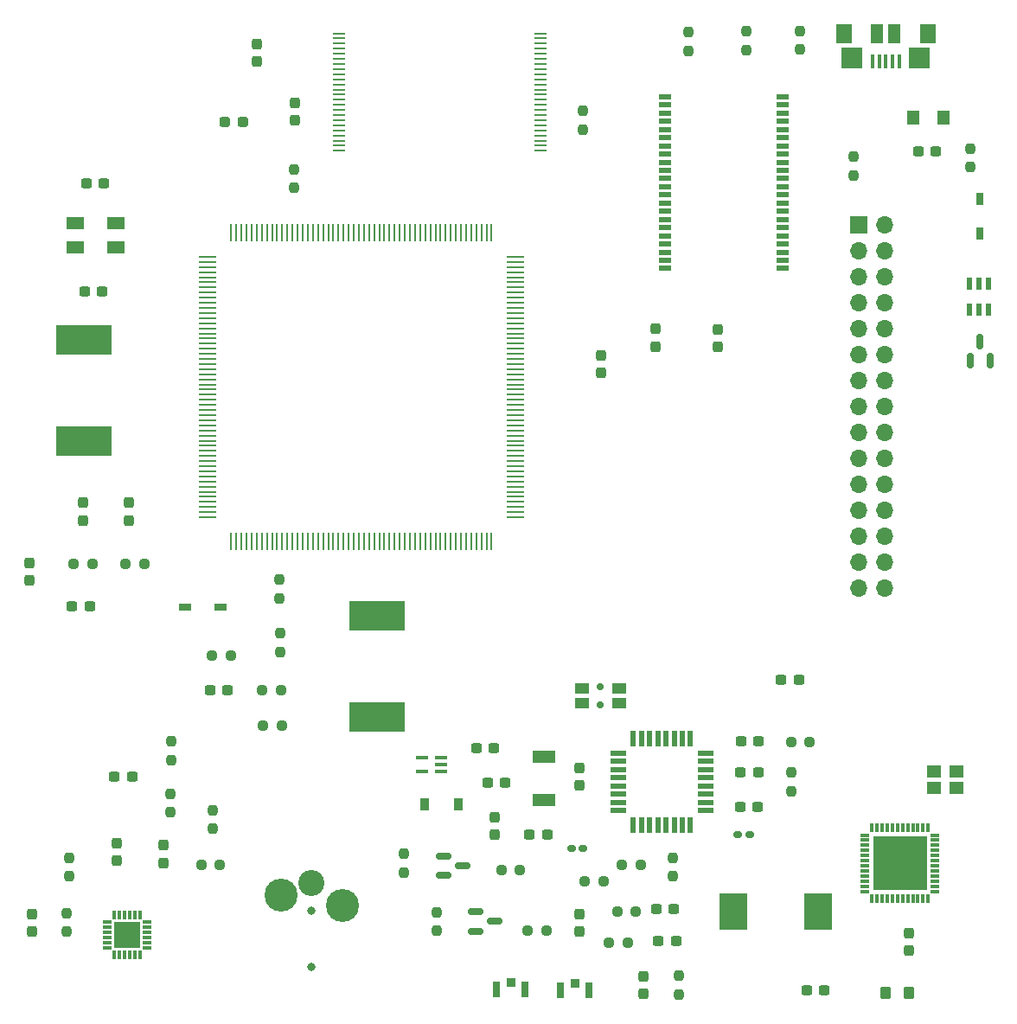
<source format=gts>
%TF.GenerationSoftware,KiCad,Pcbnew,(6.0.8)*%
%TF.CreationDate,2022-12-02T10:37:27+07:00*%
%TF.ProjectId,espot_mainboard,6573706f-745f-46d6-9169-6e626f617264,rev?*%
%TF.SameCoordinates,Original*%
%TF.FileFunction,Soldermask,Top*%
%TF.FilePolarity,Negative*%
%FSLAX46Y46*%
G04 Gerber Fmt 4.6, Leading zero omitted, Abs format (unit mm)*
G04 Created by KiCad (PCBNEW (6.0.8)) date 2022-12-02 10:37:27*
%MOMM*%
%LPD*%
G01*
G04 APERTURE LIST*
G04 Aperture macros list*
%AMRoundRect*
0 Rectangle with rounded corners*
0 $1 Rounding radius*
0 $2 $3 $4 $5 $6 $7 $8 $9 X,Y pos of 4 corners*
0 Add a 4 corners polygon primitive as box body*
4,1,4,$2,$3,$4,$5,$6,$7,$8,$9,$2,$3,0*
0 Add four circle primitives for the rounded corners*
1,1,$1+$1,$2,$3*
1,1,$1+$1,$4,$5*
1,1,$1+$1,$6,$7*
1,1,$1+$1,$8,$9*
0 Add four rect primitives between the rounded corners*
20,1,$1+$1,$2,$3,$4,$5,0*
20,1,$1+$1,$4,$5,$6,$7,0*
20,1,$1+$1,$6,$7,$8,$9,0*
20,1,$1+$1,$8,$9,$2,$3,0*%
G04 Aperture macros list end*
%ADD10R,2.200000X1.300000*%
%ADD11R,0.270000X1.741200*%
%ADD12R,1.741200X0.270000*%
%ADD13R,1.206500X0.279400*%
%ADD14RoundRect,0.237500X-0.250000X-0.237500X0.250000X-0.237500X0.250000X0.237500X-0.250000X0.237500X0*%
%ADD15R,1.200000X0.400000*%
%ADD16R,1.295000X0.600000*%
%ADD17RoundRect,0.237500X0.237500X-0.300000X0.237500X0.300000X-0.237500X0.300000X-0.237500X-0.300000X0*%
%ADD18RoundRect,0.237500X0.237500X-0.250000X0.237500X0.250000X-0.237500X0.250000X-0.237500X-0.250000X0*%
%ADD19RoundRect,0.237500X-0.237500X0.300000X-0.237500X-0.300000X0.237500X-0.300000X0.237500X0.300000X0*%
%ADD20RoundRect,0.237500X-0.300000X-0.237500X0.300000X-0.237500X0.300000X0.237500X-0.300000X0.237500X0*%
%ADD21R,2.700000X3.600000*%
%ADD22RoundRect,0.237500X-0.237500X0.250000X-0.237500X-0.250000X0.237500X-0.250000X0.237500X0.250000X0*%
%ADD23RoundRect,0.237500X-0.237500X0.287500X-0.237500X-0.287500X0.237500X-0.287500X0.237500X0.287500X0*%
%ADD24R,0.750000X1.500000*%
%ADD25R,0.900000X0.900000*%
%ADD26R,2.550000X2.550000*%
%ADD27R,0.850000X0.300000*%
%ADD28R,0.300000X0.850000*%
%ADD29RoundRect,0.237500X0.250000X0.237500X-0.250000X0.237500X-0.250000X-0.237500X0.250000X-0.237500X0*%
%ADD30RoundRect,0.237500X0.300000X0.237500X-0.300000X0.237500X-0.300000X-0.237500X0.300000X-0.237500X0*%
%ADD31R,1.300000X1.400000*%
%ADD32R,1.150000X0.800000*%
%ADD33C,0.700000*%
%ADD34R,1.400000X1.050000*%
%ADD35R,0.600000X1.250000*%
%ADD36R,0.750000X1.200000*%
%ADD37R,5.400000X2.900000*%
%ADD38R,0.900000X1.200000*%
%ADD39RoundRect,0.160000X-0.222500X-0.160000X0.222500X-0.160000X0.222500X0.160000X-0.222500X0.160000X0*%
%ADD40RoundRect,0.250000X0.275000X0.350000X-0.275000X0.350000X-0.275000X-0.350000X0.275000X-0.350000X0*%
%ADD41RoundRect,0.150000X-0.587500X-0.150000X0.587500X-0.150000X0.587500X0.150000X-0.587500X0.150000X0*%
%ADD42R,1.400000X1.150000*%
%ADD43RoundRect,0.237500X0.287500X0.237500X-0.287500X0.237500X-0.287500X-0.237500X0.287500X-0.237500X0*%
%ADD44R,0.400000X1.350000*%
%ADD45R,2.100000X2.000000*%
%ADD46R,1.600000X1.900000*%
%ADD47R,1.200000X1.900000*%
%ADD48R,5.250000X5.250000*%
%ADD49RoundRect,0.150000X0.150000X-0.587500X0.150000X0.587500X-0.150000X0.587500X-0.150000X-0.587500X0*%
%ADD50C,2.550000*%
%ADD51C,3.225000*%
%ADD52C,0.800000*%
%ADD53R,1.800000X1.200000*%
%ADD54R,1.500000X0.600000*%
%ADD55R,0.600000X1.500000*%
%ADD56R,1.700000X1.700000*%
%ADD57O,1.700000X1.700000*%
G04 APERTURE END LIST*
D10*
%TO.C,Y2*%
X105525200Y-107581500D03*
X105525200Y-111781500D03*
%TD*%
D11*
%TO.C,U1*%
X74913400Y-56303604D03*
X75413399Y-56303604D03*
X75913401Y-56303604D03*
X76413400Y-56303604D03*
X76913399Y-56303604D03*
X77413400Y-56303604D03*
X77913399Y-56303604D03*
X78413401Y-56303604D03*
X78913400Y-56303604D03*
X79413399Y-56303604D03*
X79913400Y-56303604D03*
X80413399Y-56303604D03*
X80913401Y-56303604D03*
X81413400Y-56303604D03*
X81913399Y-56303604D03*
X82413400Y-56303604D03*
X82913399Y-56303604D03*
X83413401Y-56303604D03*
X83913400Y-56303604D03*
X84413399Y-56303604D03*
X84913400Y-56303604D03*
X85413399Y-56303604D03*
X85913401Y-56303604D03*
X86413400Y-56303604D03*
X86913399Y-56303604D03*
X87413400Y-56303604D03*
X87913400Y-56303604D03*
X88413401Y-56303604D03*
X88913400Y-56303604D03*
X89413399Y-56303604D03*
X89913401Y-56303604D03*
X90413400Y-56303604D03*
X90913401Y-56303604D03*
X91413400Y-56303604D03*
X91913399Y-56303604D03*
X92413401Y-56303604D03*
X92913400Y-56303604D03*
X93413401Y-56303604D03*
X93913400Y-56303604D03*
X94413399Y-56303604D03*
X94913401Y-56303604D03*
X95413400Y-56303604D03*
X95913401Y-56303604D03*
X96413400Y-56303604D03*
X96913399Y-56303604D03*
X97413401Y-56303604D03*
X97913400Y-56303604D03*
X98413399Y-56303604D03*
X98913400Y-56303604D03*
X99413399Y-56303604D03*
X99913401Y-56303604D03*
X100413400Y-56303604D03*
D12*
X102748396Y-58638600D03*
X102748396Y-59138599D03*
X102748396Y-59638601D03*
X102748396Y-60138600D03*
X102748396Y-60638599D03*
X102748396Y-61138600D03*
X102748396Y-61638599D03*
X102748396Y-62138601D03*
X102748396Y-62638600D03*
X102748396Y-63138599D03*
X102748396Y-63638600D03*
X102748396Y-64138599D03*
X102748396Y-64638601D03*
X102748396Y-65138600D03*
X102748396Y-65638599D03*
X102748396Y-66138600D03*
X102748396Y-66638599D03*
X102748396Y-67138601D03*
X102748396Y-67638600D03*
X102748396Y-68138599D03*
X102748396Y-68638600D03*
X102748396Y-69138599D03*
X102748396Y-69638601D03*
X102748396Y-70138600D03*
X102748396Y-70638599D03*
X102748396Y-71138600D03*
X102748396Y-71638600D03*
X102748396Y-72138601D03*
X102748396Y-72638600D03*
X102748396Y-73138599D03*
X102748396Y-73638601D03*
X102748396Y-74138600D03*
X102748396Y-74638601D03*
X102748396Y-75138600D03*
X102748396Y-75638599D03*
X102748396Y-76138601D03*
X102748396Y-76638600D03*
X102748396Y-77138601D03*
X102748396Y-77638600D03*
X102748396Y-78138599D03*
X102748396Y-78638601D03*
X102748396Y-79138600D03*
X102748396Y-79638601D03*
X102748396Y-80138600D03*
X102748396Y-80638599D03*
X102748396Y-81138601D03*
X102748396Y-81638600D03*
X102748396Y-82138599D03*
X102748396Y-82638600D03*
X102748396Y-83138599D03*
X102748396Y-83638601D03*
X102748396Y-84138600D03*
D11*
X100413400Y-86473596D03*
X99913401Y-86473596D03*
X99413399Y-86473596D03*
X98913400Y-86473596D03*
X98413401Y-86473596D03*
X97913400Y-86473596D03*
X97413401Y-86473596D03*
X96913399Y-86473596D03*
X96413400Y-86473596D03*
X95913401Y-86473596D03*
X95413400Y-86473596D03*
X94913401Y-86473596D03*
X94413399Y-86473596D03*
X93913400Y-86473596D03*
X93413401Y-86473596D03*
X92913400Y-86473596D03*
X92413401Y-86473596D03*
X91913399Y-86473596D03*
X91413400Y-86473596D03*
X90913401Y-86473596D03*
X90413400Y-86473596D03*
X89913401Y-86473596D03*
X89413399Y-86473596D03*
X88913400Y-86473596D03*
X88413401Y-86473596D03*
X87913400Y-86473596D03*
X87413400Y-86473596D03*
X86913399Y-86473596D03*
X86413400Y-86473596D03*
X85913401Y-86473596D03*
X85413399Y-86473596D03*
X84913400Y-86473596D03*
X84413399Y-86473596D03*
X83913400Y-86473596D03*
X83413401Y-86473596D03*
X82913399Y-86473596D03*
X82413400Y-86473596D03*
X81913399Y-86473596D03*
X81413400Y-86473596D03*
X80913401Y-86473596D03*
X80413399Y-86473596D03*
X79913400Y-86473596D03*
X79413399Y-86473596D03*
X78913400Y-86473596D03*
X78413401Y-86473596D03*
X77913399Y-86473596D03*
X77413400Y-86473596D03*
X76913401Y-86473596D03*
X76413400Y-86473596D03*
X75913401Y-86473596D03*
X75413399Y-86473596D03*
X74913400Y-86473596D03*
D12*
X72578404Y-84138600D03*
X72578404Y-83638601D03*
X72578404Y-83138599D03*
X72578404Y-82638600D03*
X72578404Y-82138599D03*
X72578404Y-81638600D03*
X72578404Y-81138601D03*
X72578404Y-80638599D03*
X72578404Y-80138600D03*
X72578404Y-79638599D03*
X72578404Y-79138600D03*
X72578404Y-78638601D03*
X72578404Y-78138599D03*
X72578404Y-77638600D03*
X72578404Y-77138599D03*
X72578404Y-76638600D03*
X72578404Y-76138601D03*
X72578404Y-75638599D03*
X72578404Y-75138600D03*
X72578404Y-74638599D03*
X72578404Y-74138600D03*
X72578404Y-73638601D03*
X72578404Y-73138599D03*
X72578404Y-72638600D03*
X72578404Y-72138598D03*
X72578404Y-71638600D03*
X72578404Y-71138600D03*
X72578404Y-70638599D03*
X72578404Y-70138600D03*
X72578404Y-69638601D03*
X72578404Y-69138599D03*
X72578404Y-68638600D03*
X72578404Y-68138599D03*
X72578404Y-67638600D03*
X72578404Y-67138601D03*
X72578404Y-66638599D03*
X72578404Y-66138600D03*
X72578404Y-65638599D03*
X72578404Y-65138600D03*
X72578404Y-64638601D03*
X72578404Y-64138599D03*
X72578404Y-63638600D03*
X72578404Y-63138599D03*
X72578404Y-62638600D03*
X72578404Y-62138601D03*
X72578404Y-61638599D03*
X72578404Y-61138600D03*
X72578404Y-60638599D03*
X72578404Y-60138600D03*
X72578404Y-59638601D03*
X72578404Y-59138599D03*
X72578404Y-58638600D03*
%TD*%
D13*
%TO.C,U2*%
X105167150Y-48263199D03*
X105167150Y-47763200D03*
X105167150Y-47263201D03*
X105167150Y-46763199D03*
X105167150Y-46263200D03*
X105167150Y-45763201D03*
X105167150Y-45263200D03*
X105167150Y-44763201D03*
X105167150Y-44263199D03*
X105167150Y-43763200D03*
X105167150Y-43263201D03*
X105167150Y-42763200D03*
X105167150Y-42263200D03*
X105167150Y-41763199D03*
X105167150Y-41263200D03*
X105167150Y-40763201D03*
X105167150Y-40263199D03*
X105167150Y-39763200D03*
X105167150Y-39263199D03*
X105167150Y-38763200D03*
X105167150Y-38263201D03*
X105167150Y-37763199D03*
X105167150Y-37263200D03*
X105167150Y-36763199D03*
X85469450Y-36763201D03*
X85469450Y-37263200D03*
X85469450Y-37763199D03*
X85469450Y-38263201D03*
X85469450Y-38763200D03*
X85469450Y-39263201D03*
X85469450Y-39763200D03*
X85469450Y-40263199D03*
X85469450Y-40763201D03*
X85469450Y-41263200D03*
X85469450Y-41763202D03*
X85469450Y-42263200D03*
X85469450Y-42763200D03*
X85469450Y-43263201D03*
X85469450Y-43763200D03*
X85469450Y-44263199D03*
X85469450Y-44763201D03*
X85469450Y-45263200D03*
X85469450Y-45763201D03*
X85469450Y-46263200D03*
X85469450Y-46763199D03*
X85469450Y-47263201D03*
X85469450Y-47763200D03*
X85469450Y-48263201D03*
%TD*%
D14*
%TO.C,R51*%
X129737900Y-106123600D03*
X131562900Y-106123600D03*
%TD*%
D15*
%TO.C,U10*%
X95477900Y-108983800D03*
X95477900Y-108333800D03*
X95477900Y-107683800D03*
X93577900Y-107683800D03*
X93577900Y-108983800D03*
%TD*%
D14*
%TO.C,R38*%
X77954200Y-101094900D03*
X79779200Y-101094900D03*
%TD*%
D16*
%TO.C,U3*%
X128878500Y-59779400D03*
X128878500Y-58979400D03*
X128878500Y-58179400D03*
X128878500Y-57379400D03*
X128878500Y-56579400D03*
X128878500Y-55779400D03*
X128878500Y-54979400D03*
X128878500Y-54179400D03*
X128878500Y-53379400D03*
X128878500Y-52579400D03*
X128878500Y-51779400D03*
X128878500Y-50979400D03*
X128878500Y-50179400D03*
X128878500Y-49379400D03*
X128878500Y-48579400D03*
X128878500Y-47779400D03*
X128878500Y-46979400D03*
X128878500Y-46179400D03*
X128878500Y-45379400D03*
X128878500Y-44579400D03*
X128878500Y-43779400D03*
X128878500Y-42979400D03*
X117422500Y-42979400D03*
X117422500Y-43779400D03*
X117422500Y-44579400D03*
X117422500Y-45379400D03*
X117422500Y-46179400D03*
X117422500Y-46979400D03*
X117422500Y-47779400D03*
X117422500Y-48579400D03*
X117422500Y-49379400D03*
X117422500Y-50179400D03*
X117422500Y-50979400D03*
X117422500Y-51779400D03*
X117422500Y-52579400D03*
X117422500Y-53379400D03*
X117422500Y-54179400D03*
X117422500Y-54979400D03*
X117422500Y-55779400D03*
X117422500Y-56579400D03*
X117422500Y-57379400D03*
X117422500Y-58179400D03*
X117422500Y-58979400D03*
X117422500Y-59779400D03*
%TD*%
D17*
%TO.C,C6*%
X111097600Y-70016000D03*
X111097600Y-68291000D03*
%TD*%
D18*
%TO.C,R20*%
X119646900Y-38463600D03*
X119646900Y-36638600D03*
%TD*%
D19*
%TO.C,C41*%
X100727400Y-113509000D03*
X100727400Y-115234000D03*
%TD*%
%TO.C,C46*%
X108975300Y-108657300D03*
X108975300Y-110382300D03*
%TD*%
D17*
%TO.C,C27*%
X55379200Y-124701700D03*
X55379200Y-122976700D03*
%TD*%
D20*
%TO.C,C32*%
X59345400Y-92868700D03*
X61070400Y-92868700D03*
%TD*%
D21*
%TO.C,L6*%
X124080500Y-122738500D03*
X132380500Y-122738500D03*
%TD*%
D22*
%TO.C,R55*%
X129785900Y-109126000D03*
X129785900Y-110951000D03*
%TD*%
D14*
%TO.C,R53*%
X113184100Y-118145100D03*
X115009100Y-118145100D03*
%TD*%
D18*
%TO.C,R37*%
X79675300Y-97294400D03*
X79675300Y-95469400D03*
%TD*%
%TO.C,R54*%
X118139700Y-119273200D03*
X118139700Y-117448200D03*
%TD*%
D17*
%TO.C,C43*%
X115310600Y-130817800D03*
X115310600Y-129092800D03*
%TD*%
D20*
%TO.C,C40*%
X124824400Y-106069700D03*
X126549400Y-106069700D03*
%TD*%
D23*
%TO.C,FB3*%
X116437700Y-65693900D03*
X116437700Y-67443900D03*
%TD*%
D20*
%TO.C,C52*%
X98894500Y-106770500D03*
X100619500Y-106770500D03*
%TD*%
%TO.C,C29*%
X63473400Y-109515300D03*
X65198400Y-109515300D03*
%TD*%
D24*
%TO.C,LED2*%
X109933400Y-130407300D03*
D25*
X108558400Y-129757300D03*
D24*
X107183400Y-130407300D03*
%TD*%
D18*
%TO.C,R45*%
X135850500Y-50664400D03*
X135850500Y-48839400D03*
%TD*%
D26*
%TO.C,U7*%
X64730500Y-125039400D03*
D27*
X62780500Y-126289400D03*
X62780500Y-125789400D03*
X62780500Y-125289400D03*
X62780500Y-124789400D03*
X62780500Y-124289400D03*
X62780500Y-123789400D03*
D28*
X63480500Y-123089400D03*
X63980500Y-123089400D03*
X64480500Y-123089400D03*
X64980500Y-123089400D03*
X65480500Y-123089400D03*
X65980500Y-123089400D03*
D27*
X66680500Y-123789400D03*
X66680500Y-124289400D03*
X66680500Y-124789400D03*
X66680500Y-125289400D03*
X66680500Y-125789400D03*
X66680500Y-126289400D03*
D28*
X65980500Y-126989400D03*
X65480500Y-126989400D03*
X64980500Y-126989400D03*
X64480500Y-126989400D03*
X63980500Y-126989400D03*
X63480500Y-126989400D03*
%TD*%
D29*
%TO.C,R41*%
X66385100Y-88663900D03*
X64560100Y-88663900D03*
%TD*%
D20*
%TO.C,C53*%
X128760100Y-100043500D03*
X130485100Y-100043500D03*
%TD*%
D18*
%TO.C,R21*%
X125380600Y-38382000D03*
X125380600Y-36557000D03*
%TD*%
D14*
%TO.C,R60*%
X111886400Y-125746100D03*
X113711400Y-125746100D03*
%TD*%
D19*
%TO.C,C31*%
X63689000Y-116011200D03*
X63689000Y-117736200D03*
%TD*%
D18*
%TO.C,R22*%
X130605100Y-38350600D03*
X130605100Y-36525600D03*
%TD*%
D20*
%TO.C,C44*%
X124770500Y-109142400D03*
X126495500Y-109142400D03*
%TD*%
D30*
%TO.C,C39*%
X143897700Y-48320600D03*
X142172700Y-48320600D03*
%TD*%
D31*
%TO.C,TS2*%
X141729000Y-44978300D03*
X144629000Y-44978300D03*
%TD*%
D32*
%TO.C,D1*%
X70405100Y-92927800D03*
X73905100Y-92927800D03*
%TD*%
D30*
%TO.C,C49*%
X132992400Y-130440500D03*
X131267400Y-130440500D03*
%TD*%
D33*
%TO.C,SW1*%
X111077800Y-102495300D03*
X111077800Y-100695300D03*
D34*
X109277800Y-100875300D03*
X112877800Y-100875300D03*
X109277800Y-102315300D03*
X112877800Y-102315300D03*
%TD*%
D35*
%TO.C,U8*%
X147175700Y-63806700D03*
X148125700Y-63806700D03*
X149075700Y-63806700D03*
X149075700Y-61306700D03*
X148125700Y-61306700D03*
X147175700Y-61306700D03*
%TD*%
D36*
%TO.C,D2*%
X148233500Y-52929600D03*
X148233500Y-56329600D03*
%TD*%
D17*
%TO.C,C36*%
X60392600Y-84446400D03*
X60392600Y-82721400D03*
%TD*%
D14*
%TO.C,R57*%
X109518400Y-119762300D03*
X111343400Y-119762300D03*
%TD*%
D18*
%TO.C,R19*%
X81049400Y-51877400D03*
X81049400Y-50052400D03*
%TD*%
D20*
%TO.C,C42*%
X100026600Y-110112800D03*
X101751600Y-110112800D03*
%TD*%
D18*
%TO.C,R66*%
X95067000Y-124610100D03*
X95067000Y-122785100D03*
%TD*%
D14*
%TO.C,R58*%
X112703400Y-122738500D03*
X114528400Y-122738500D03*
%TD*%
D37*
%TO.C,L4*%
X60473500Y-76689200D03*
X60473500Y-66789200D03*
%TD*%
D29*
%TO.C,R35*%
X79860000Y-104491100D03*
X78035000Y-104491100D03*
%TD*%
D18*
%TO.C,R36*%
X59018000Y-119280100D03*
X59018000Y-117455100D03*
%TD*%
%TO.C,R29*%
X58775400Y-124697800D03*
X58775400Y-122872800D03*
%TD*%
%TO.C,R18*%
X109348000Y-46181300D03*
X109348000Y-44356300D03*
%TD*%
D20*
%TO.C,C47*%
X116522500Y-122457700D03*
X118247500Y-122457700D03*
%TD*%
D17*
%TO.C,C28*%
X68298200Y-117978800D03*
X68298200Y-116253800D03*
%TD*%
D20*
%TO.C,C45*%
X124716600Y-112484700D03*
X126441600Y-112484700D03*
%TD*%
D38*
%TO.C,D4*%
X97115500Y-112269100D03*
X93815500Y-112269100D03*
%TD*%
D39*
%TO.C,FB9*%
X124541900Y-115234000D03*
X125686900Y-115234000D03*
%TD*%
D17*
%TO.C,C4*%
X81187100Y-45291900D03*
X81187100Y-43566900D03*
%TD*%
D14*
%TO.C,R68*%
X103965800Y-124560200D03*
X105790800Y-124560200D03*
%TD*%
D30*
%TO.C,C70*%
X62468000Y-51457100D03*
X60743000Y-51457100D03*
%TD*%
D20*
%TO.C,C50*%
X116738200Y-125584400D03*
X118463200Y-125584400D03*
%TD*%
%TO.C,C48*%
X104123600Y-115234000D03*
X105848600Y-115234000D03*
%TD*%
D19*
%TO.C,C5*%
X122582400Y-65756900D03*
X122582400Y-67481900D03*
%TD*%
D14*
%TO.C,R67*%
X101378200Y-118684200D03*
X103203200Y-118684200D03*
%TD*%
D40*
%TO.C,ANT1*%
X138985300Y-130683100D03*
X141285300Y-130683100D03*
%TD*%
D41*
%TO.C,Q2*%
X98819500Y-122747600D03*
X98819500Y-124647600D03*
X100694500Y-123697600D03*
%TD*%
D22*
%TO.C,R28*%
X68945100Y-111190400D03*
X68945100Y-113015400D03*
%TD*%
%TO.C,R65*%
X91778600Y-117070900D03*
X91778600Y-118895900D03*
%TD*%
D24*
%TO.C,LED1*%
X103656400Y-130330600D03*
D25*
X102281400Y-129680600D03*
D24*
X100906400Y-130330600D03*
%TD*%
D22*
%TO.C,R33*%
X73069000Y-112807600D03*
X73069000Y-114632600D03*
%TD*%
D42*
%TO.C,Y1*%
X143713100Y-110641300D03*
X145913100Y-110641300D03*
X145913100Y-109041300D03*
X143713100Y-109041300D03*
%TD*%
D43*
%TO.C,FB2*%
X76060800Y-45399300D03*
X74310800Y-45399300D03*
%TD*%
D44*
%TO.C,J3*%
X137703200Y-39489000D03*
X138353200Y-39489000D03*
X139003200Y-39489000D03*
X139653200Y-39489000D03*
X140303200Y-39489000D03*
D45*
X142303200Y-39164000D03*
X135703200Y-39164000D03*
D46*
X143103200Y-36814000D03*
X134903200Y-36814000D03*
D47*
X139853200Y-36814000D03*
X138153200Y-36814000D03*
%TD*%
D29*
%TO.C,R42*%
X61305100Y-88663900D03*
X59480100Y-88663900D03*
%TD*%
D28*
%TO.C,U4*%
X137647800Y-121449800D03*
X138147800Y-121449800D03*
X138647800Y-121449800D03*
X139147800Y-121449800D03*
X139647800Y-121449800D03*
X140147800Y-121449800D03*
X140647800Y-121449800D03*
X141147800Y-121449800D03*
X141647800Y-121449800D03*
X142147800Y-121449800D03*
X142647800Y-121449800D03*
X143147800Y-121449800D03*
D27*
X143847800Y-120749800D03*
X143847800Y-120249800D03*
X143847800Y-119749800D03*
X143847800Y-119249800D03*
X143847800Y-118749800D03*
X143847800Y-118249800D03*
X143847800Y-117749800D03*
X143847800Y-117249800D03*
X143847800Y-116749800D03*
X143847800Y-116249800D03*
X143847800Y-115749800D03*
X143847800Y-115249800D03*
D28*
X143147800Y-114549800D03*
X142647800Y-114549800D03*
X142147800Y-114549800D03*
X141647800Y-114549800D03*
X141147800Y-114549800D03*
X140647800Y-114549800D03*
X140147800Y-114549800D03*
X139647800Y-114549800D03*
X139147800Y-114549800D03*
X138647800Y-114549800D03*
X138147800Y-114549800D03*
X137647800Y-114549800D03*
D27*
X136947800Y-115249800D03*
X136947800Y-115749800D03*
X136947800Y-116249800D03*
X136947800Y-116749800D03*
X136947800Y-117249800D03*
X136947800Y-117749800D03*
X136947800Y-118249800D03*
X136947800Y-118749800D03*
X136947800Y-119249800D03*
X136947800Y-119749800D03*
X136947800Y-120249800D03*
X136947800Y-120749800D03*
D48*
X140397800Y-117999800D03*
%TD*%
D19*
%TO.C,C24*%
X141275600Y-124836700D03*
X141275600Y-126561700D03*
%TD*%
D49*
%TO.C,Q1*%
X147283500Y-68788100D03*
X149183500Y-68788100D03*
X148233500Y-66913100D03*
%TD*%
D50*
%TO.C,J1*%
X82790800Y-119930900D03*
D51*
X85790800Y-122130900D03*
X79790800Y-121130900D03*
D52*
X82790800Y-122630900D03*
X82790800Y-128130900D03*
%TD*%
D14*
%TO.C,R32*%
X71994800Y-118167500D03*
X73819800Y-118167500D03*
%TD*%
D22*
%TO.C,R48*%
X147299100Y-48038800D03*
X147299100Y-49863800D03*
%TD*%
%TO.C,R34*%
X69044900Y-106079400D03*
X69044900Y-107904400D03*
%TD*%
D18*
%TO.C,R31*%
X79594400Y-92061400D03*
X79594400Y-90236400D03*
%TD*%
D53*
%TO.C,Y3*%
X59605500Y-57737100D03*
X63605500Y-57737100D03*
X63605500Y-55337100D03*
X59605500Y-55337100D03*
%TD*%
D20*
%TO.C,C69*%
X60572400Y-62028600D03*
X62297400Y-62028600D03*
%TD*%
D17*
%TO.C,C34*%
X64858500Y-84446400D03*
X64858500Y-82721400D03*
%TD*%
D41*
%TO.C,Q3*%
X95692900Y-117302900D03*
X95692900Y-119202900D03*
X97567900Y-118252900D03*
%TD*%
D17*
%TO.C,C51*%
X108975300Y-124721900D03*
X108975300Y-122996900D03*
%TD*%
D23*
%TO.C,FB7*%
X55127900Y-88591200D03*
X55127900Y-90341200D03*
%TD*%
D54*
%TO.C,U9*%
X112835900Y-107238500D03*
X112835900Y-108038500D03*
X112835900Y-108838500D03*
X112835900Y-109638500D03*
X112835900Y-110438500D03*
X112835900Y-111238500D03*
X112835900Y-112038500D03*
X112835900Y-112838500D03*
D55*
X114285900Y-114288500D03*
X115085900Y-114288500D03*
X115885900Y-114288500D03*
X116685900Y-114288500D03*
X117485900Y-114288500D03*
X118285900Y-114288500D03*
X119085900Y-114288500D03*
X119885900Y-114288500D03*
D54*
X121335900Y-112838500D03*
X121335900Y-112038500D03*
X121335900Y-111238500D03*
X121335900Y-110438500D03*
X121335900Y-109638500D03*
X121335900Y-108838500D03*
X121335900Y-108038500D03*
X121335900Y-107238500D03*
D55*
X119885900Y-105788500D03*
X119085900Y-105788500D03*
X118285900Y-105788500D03*
X117485900Y-105788500D03*
X116685900Y-105788500D03*
X115885900Y-105788500D03*
X115085900Y-105788500D03*
X114285900Y-105788500D03*
%TD*%
D30*
%TO.C,C30*%
X74554000Y-101094900D03*
X72829000Y-101094900D03*
%TD*%
D39*
%TO.C,FB10*%
X108241100Y-116527800D03*
X109386100Y-116527800D03*
%TD*%
D29*
%TO.C,R30*%
X74869600Y-97698700D03*
X73044600Y-97698700D03*
%TD*%
D37*
%TO.C,L5*%
X89207800Y-103671300D03*
X89207800Y-93771300D03*
%TD*%
D56*
%TO.C,J2*%
X136346400Y-55471400D03*
D57*
X138886400Y-55471400D03*
X136346400Y-58011400D03*
X138886400Y-58011400D03*
X136346400Y-60551400D03*
X138886400Y-60551400D03*
X136346400Y-63091400D03*
X138886400Y-63091400D03*
X136346400Y-65631400D03*
X138886400Y-65631400D03*
X136346400Y-68171400D03*
X138886400Y-68171400D03*
X136346400Y-70711400D03*
X138886400Y-70711400D03*
X136346400Y-73251400D03*
X138886400Y-73251400D03*
X136346400Y-75791400D03*
X138886400Y-75791400D03*
X136346400Y-78331400D03*
X138886400Y-78331400D03*
X136346400Y-80871400D03*
X138886400Y-80871400D03*
X136346400Y-83411400D03*
X138886400Y-83411400D03*
X136346400Y-85951400D03*
X138886400Y-85951400D03*
X136346400Y-88491400D03*
X138886400Y-88491400D03*
X136346400Y-91031400D03*
X138886400Y-91031400D03*
%TD*%
D17*
%TO.C,C3*%
X77430500Y-39541900D03*
X77430500Y-37816900D03*
%TD*%
D18*
%TO.C,R56*%
X118706800Y-130867900D03*
X118706800Y-129042900D03*
%TD*%
M02*

</source>
